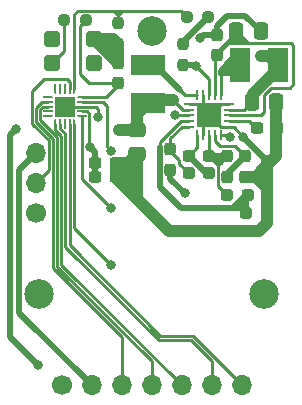
<source format=gbl>
G04 #@! TF.GenerationSoftware,KiCad,Pcbnew,(6.0.5)*
G04 #@! TF.CreationDate,2022-10-09T15:08:16+02:00*
G04 #@! TF.ProjectId,Omamori,4f6d616d-6f72-4692-9e6b-696361645f70,rev?*
G04 #@! TF.SameCoordinates,Original*
G04 #@! TF.FileFunction,Copper,L2,Bot*
G04 #@! TF.FilePolarity,Positive*
%FSLAX46Y46*%
G04 Gerber Fmt 4.6, Leading zero omitted, Abs format (unit mm)*
G04 Created by KiCad (PCBNEW (6.0.5)) date 2022-10-09 15:08:16*
%MOMM*%
%LPD*%
G01*
G04 APERTURE LIST*
G04 Aperture macros list*
%AMRoundRect*
0 Rectangle with rounded corners*
0 $1 Rounding radius*
0 $2 $3 $4 $5 $6 $7 $8 $9 X,Y pos of 4 corners*
0 Add a 4 corners polygon primitive as box body*
4,1,4,$2,$3,$4,$5,$6,$7,$8,$9,$2,$3,0*
0 Add four circle primitives for the rounded corners*
1,1,$1+$1,$2,$3*
1,1,$1+$1,$4,$5*
1,1,$1+$1,$6,$7*
1,1,$1+$1,$8,$9*
0 Add four rect primitives between the rounded corners*
20,1,$1+$1,$2,$3,$4,$5,0*
20,1,$1+$1,$4,$5,$6,$7,0*
20,1,$1+$1,$6,$7,$8,$9,0*
20,1,$1+$1,$8,$9,$2,$3,0*%
%AMFreePoly0*
4,1,15,0.385355,0.085355,0.400000,0.050000,0.400000,0.000711,0.399705,0.000000,0.385355,-0.034644,0.334644,-0.085355,0.299289,-0.100000,-0.350000,-0.100000,-0.385355,-0.085355,-0.400000,-0.050000,-0.400000,0.050000,-0.385355,0.085355,-0.350000,0.100000,0.350000,0.100000,0.385355,0.085355,0.385355,0.085355,$1*%
%AMFreePoly1*
4,1,14,0.334644,0.085355,0.385355,0.034644,0.400000,-0.000711,0.400000,-0.050000,0.385355,-0.085355,0.350000,-0.100000,-0.350000,-0.100000,-0.385355,-0.085355,-0.400000,-0.050000,-0.400000,0.050000,-0.385355,0.085355,-0.350000,0.100000,0.299289,0.100000,0.334644,0.085355,0.334644,0.085355,$1*%
%AMFreePoly2*
4,1,14,0.085355,0.385355,0.100000,0.350000,0.100000,-0.350000,0.085355,-0.385355,0.050000,-0.400000,0.000711,-0.400000,-0.034644,-0.385355,-0.085355,-0.334644,-0.100000,-0.299289,-0.100000,0.350000,-0.085355,0.385355,-0.050000,0.400000,0.050000,0.400000,0.085355,0.385355,0.085355,0.385355,$1*%
%AMFreePoly3*
4,1,15,0.085355,0.385355,0.100000,0.350000,0.100000,-0.299289,0.099705,-0.300000,0.085355,-0.334644,0.034644,-0.385355,-0.000711,-0.400000,-0.050000,-0.400000,-0.085355,-0.385355,-0.100000,-0.350000,-0.100000,0.350000,-0.085355,0.385355,-0.050000,0.400000,0.050000,0.400000,0.085355,0.385355,0.085355,0.385355,$1*%
%AMFreePoly4*
4,1,14,0.385355,0.085355,0.400000,0.050000,0.400000,-0.050000,0.385355,-0.085355,0.350000,-0.100000,-0.350000,-0.100000,-0.385355,-0.085355,-0.400000,-0.050000,-0.400000,-0.000711,-0.385355,0.034644,-0.334644,0.085355,-0.299289,0.100000,0.350000,0.100000,0.385355,0.085355,0.385355,0.085355,$1*%
%AMFreePoly5*
4,1,14,0.385355,0.085355,0.400000,0.050000,0.400000,-0.050000,0.385355,-0.085355,0.350000,-0.100000,-0.299289,-0.100000,-0.334644,-0.085355,-0.385355,-0.034644,-0.400000,0.000711,-0.400000,0.050000,-0.385355,0.085355,-0.350000,0.100000,0.350000,0.100000,0.385355,0.085355,0.385355,0.085355,$1*%
%AMFreePoly6*
4,1,14,0.034644,0.385355,0.085355,0.334644,0.100000,0.299289,0.100000,-0.350000,0.085355,-0.385355,0.050000,-0.400000,-0.050000,-0.400000,-0.085355,-0.385355,-0.100000,-0.350000,-0.100000,0.350000,-0.085355,0.385355,-0.050000,0.400000,-0.000711,0.400000,0.034644,0.385355,0.034644,0.385355,$1*%
%AMFreePoly7*
4,1,14,0.085355,0.385355,0.100000,0.350000,0.100000,-0.350000,0.085355,-0.385355,0.050000,-0.400000,-0.050000,-0.400000,-0.085355,-0.385355,-0.100000,-0.350000,-0.100000,0.299289,-0.085355,0.334644,-0.034644,0.385355,0.000711,0.400000,0.050000,0.400000,0.085355,0.385355,0.085355,0.385355,$1*%
G04 Aperture macros list end*
G04 #@! TA.AperFunction,ComponentPad*
%ADD10C,1.700000*%
G04 #@! TD*
G04 #@! TA.AperFunction,ComponentPad*
%ADD11O,1.700000X1.700000*%
G04 #@! TD*
G04 #@! TA.AperFunction,ComponentPad*
%ADD12C,2.500000*%
G04 #@! TD*
G04 #@! TA.AperFunction,SMDPad,CuDef*
%ADD13RoundRect,0.237500X0.237500X-0.287500X0.237500X0.287500X-0.237500X0.287500X-0.237500X-0.287500X0*%
G04 #@! TD*
G04 #@! TA.AperFunction,SMDPad,CuDef*
%ADD14RoundRect,0.250000X-0.337500X-0.475000X0.337500X-0.475000X0.337500X0.475000X-0.337500X0.475000X0*%
G04 #@! TD*
G04 #@! TA.AperFunction,SMDPad,CuDef*
%ADD15RoundRect,0.237500X-0.300000X-0.237500X0.300000X-0.237500X0.300000X0.237500X-0.300000X0.237500X0*%
G04 #@! TD*
G04 #@! TA.AperFunction,SMDPad,CuDef*
%ADD16R,1.800000X2.900000*%
G04 #@! TD*
G04 #@! TA.AperFunction,SMDPad,CuDef*
%ADD17RoundRect,0.237500X0.287500X0.237500X-0.287500X0.237500X-0.287500X-0.237500X0.287500X-0.237500X0*%
G04 #@! TD*
G04 #@! TA.AperFunction,SMDPad,CuDef*
%ADD18RoundRect,0.237500X-0.237500X0.287500X-0.237500X-0.287500X0.237500X-0.287500X0.237500X0.287500X0*%
G04 #@! TD*
G04 #@! TA.AperFunction,SMDPad,CuDef*
%ADD19RoundRect,0.237500X-0.287500X-0.237500X0.287500X-0.237500X0.287500X0.237500X-0.287500X0.237500X0*%
G04 #@! TD*
G04 #@! TA.AperFunction,SMDPad,CuDef*
%ADD20RoundRect,0.350000X0.350000X0.350000X-0.350000X0.350000X-0.350000X-0.350000X0.350000X-0.350000X0*%
G04 #@! TD*
G04 #@! TA.AperFunction,SMDPad,CuDef*
%ADD21RoundRect,0.250000X-0.475000X0.337500X-0.475000X-0.337500X0.475000X-0.337500X0.475000X0.337500X0*%
G04 #@! TD*
G04 #@! TA.AperFunction,SMDPad,CuDef*
%ADD22R,2.900000X1.800000*%
G04 #@! TD*
G04 #@! TA.AperFunction,SMDPad,CuDef*
%ADD23RoundRect,0.062500X0.375000X0.062500X-0.375000X0.062500X-0.375000X-0.062500X0.375000X-0.062500X0*%
G04 #@! TD*
G04 #@! TA.AperFunction,SMDPad,CuDef*
%ADD24RoundRect,0.062500X0.062500X0.375000X-0.062500X0.375000X-0.062500X-0.375000X0.062500X-0.375000X0*%
G04 #@! TD*
G04 #@! TA.AperFunction,SMDPad,CuDef*
%ADD25R,2.000000X2.000000*%
G04 #@! TD*
G04 #@! TA.AperFunction,SMDPad,CuDef*
%ADD26RoundRect,0.237500X-0.250000X-0.237500X0.250000X-0.237500X0.250000X0.237500X-0.250000X0.237500X0*%
G04 #@! TD*
G04 #@! TA.AperFunction,SMDPad,CuDef*
%ADD27RoundRect,0.237500X0.237500X-0.300000X0.237500X0.300000X-0.237500X0.300000X-0.237500X-0.300000X0*%
G04 #@! TD*
G04 #@! TA.AperFunction,SMDPad,CuDef*
%ADD28RoundRect,0.237500X-0.237500X0.250000X-0.237500X-0.250000X0.237500X-0.250000X0.237500X0.250000X0*%
G04 #@! TD*
G04 #@! TA.AperFunction,SMDPad,CuDef*
%ADD29FreePoly0,180.000000*%
G04 #@! TD*
G04 #@! TA.AperFunction,SMDPad,CuDef*
%ADD30RoundRect,0.050000X0.350000X0.050000X-0.350000X0.050000X-0.350000X-0.050000X0.350000X-0.050000X0*%
G04 #@! TD*
G04 #@! TA.AperFunction,SMDPad,CuDef*
%ADD31FreePoly1,180.000000*%
G04 #@! TD*
G04 #@! TA.AperFunction,SMDPad,CuDef*
%ADD32FreePoly2,180.000000*%
G04 #@! TD*
G04 #@! TA.AperFunction,SMDPad,CuDef*
%ADD33RoundRect,0.050000X0.050000X0.350000X-0.050000X0.350000X-0.050000X-0.350000X0.050000X-0.350000X0*%
G04 #@! TD*
G04 #@! TA.AperFunction,SMDPad,CuDef*
%ADD34FreePoly3,180.000000*%
G04 #@! TD*
G04 #@! TA.AperFunction,SMDPad,CuDef*
%ADD35FreePoly4,180.000000*%
G04 #@! TD*
G04 #@! TA.AperFunction,SMDPad,CuDef*
%ADD36FreePoly5,180.000000*%
G04 #@! TD*
G04 #@! TA.AperFunction,SMDPad,CuDef*
%ADD37FreePoly6,180.000000*%
G04 #@! TD*
G04 #@! TA.AperFunction,SMDPad,CuDef*
%ADD38FreePoly7,180.000000*%
G04 #@! TD*
G04 #@! TA.AperFunction,SMDPad,CuDef*
%ADD39R,1.700000X1.700000*%
G04 #@! TD*
G04 #@! TA.AperFunction,ViaPad*
%ADD40C,0.800000*%
G04 #@! TD*
G04 #@! TA.AperFunction,Conductor*
%ADD41C,1.000000*%
G04 #@! TD*
G04 #@! TA.AperFunction,Conductor*
%ADD42C,0.500000*%
G04 #@! TD*
G04 #@! TA.AperFunction,Conductor*
%ADD43C,0.250000*%
G04 #@! TD*
G04 #@! TA.AperFunction,Conductor*
%ADD44C,0.400000*%
G04 #@! TD*
G04 APERTURE END LIST*
D10*
X17375000Y-45000000D03*
D11*
X19915000Y-45000000D03*
X22455000Y-45000000D03*
X24995000Y-45000000D03*
X27535000Y-45000000D03*
X30075000Y-45000000D03*
X32615000Y-45000000D03*
D12*
X25000000Y-15000000D03*
X15500000Y-37250000D03*
X34500000Y-37250000D03*
D13*
X30500000Y-17075000D03*
X30500000Y-15325000D03*
D14*
X33462500Y-21000000D03*
X35537500Y-21000000D03*
D15*
X33887500Y-23250000D03*
X35612500Y-23250000D03*
D16*
X35700000Y-17900000D03*
X32500000Y-17900000D03*
D17*
X29875000Y-25550000D03*
X28125000Y-25550000D03*
X29875000Y-27050000D03*
X28125000Y-27050000D03*
D18*
X26600000Y-25025000D03*
X26600000Y-26775000D03*
X31400000Y-25575000D03*
X31400000Y-27325000D03*
X32900000Y-25575000D03*
X32900000Y-27325000D03*
D19*
X31375000Y-28850000D03*
X33125000Y-28850000D03*
X33025000Y-30400000D03*
X34775000Y-30400000D03*
D20*
X20100000Y-15700000D03*
X16600000Y-17700000D03*
X16600000Y-15700000D03*
X20100000Y-17700000D03*
D14*
X32162500Y-15000000D03*
X34237500Y-15000000D03*
D21*
X23800000Y-23362500D03*
X23800000Y-25437500D03*
D22*
X24700000Y-17900000D03*
X24700000Y-21100000D03*
D23*
X31537500Y-21150000D03*
X31537500Y-21650000D03*
X31537500Y-22150000D03*
X31537500Y-22650000D03*
X31537500Y-23150000D03*
D24*
X30850000Y-23837500D03*
X30350000Y-23837500D03*
X29850000Y-23837500D03*
X29350000Y-23837500D03*
X28850000Y-23837500D03*
D23*
X28162500Y-23150000D03*
X28162500Y-22650000D03*
X28162500Y-22150000D03*
X28162500Y-21650000D03*
X28162500Y-21150000D03*
D24*
X28850000Y-20462500D03*
X29350000Y-20462500D03*
X29850000Y-20462500D03*
X30350000Y-20462500D03*
X30850000Y-20462500D03*
D25*
X29850000Y-22150000D03*
D10*
X15200000Y-30425000D03*
D11*
X15200000Y-27885000D03*
X15200000Y-25345000D03*
D15*
X20237500Y-27350000D03*
X21962500Y-27350000D03*
D26*
X17587500Y-14100000D03*
X19412500Y-14100000D03*
D27*
X22150000Y-19412500D03*
X22150000Y-17687500D03*
D28*
X27700000Y-16087500D03*
X27700000Y-17912500D03*
D26*
X27987500Y-13800000D03*
X29812500Y-13800000D03*
D29*
X19100000Y-20600000D03*
D30*
X19100000Y-21000000D03*
X19100000Y-21400000D03*
X19100000Y-21800000D03*
D31*
X19100000Y-22200000D03*
D32*
X18450000Y-22850000D03*
D33*
X18050000Y-22850000D03*
X17650000Y-22850000D03*
X17250000Y-22850000D03*
D34*
X16850000Y-22850000D03*
D35*
X16200000Y-22200000D03*
D30*
X16200000Y-21800000D03*
X16200000Y-21400000D03*
X16200000Y-21000000D03*
D36*
X16200000Y-20600000D03*
D37*
X16850000Y-19950000D03*
D33*
X17250000Y-19950000D03*
X17650000Y-19950000D03*
X18050000Y-19950000D03*
D38*
X18450000Y-19950000D03*
D39*
X17650000Y-21400000D03*
D28*
X22150000Y-14287500D03*
X22150000Y-16112500D03*
D15*
X20237500Y-26200000D03*
X21962500Y-26200000D03*
D40*
X20500000Y-22250000D03*
X27793750Y-28693750D03*
X26500000Y-31950000D03*
X29100000Y-15600000D03*
X21300000Y-16850000D03*
X32750000Y-23950000D03*
X34550000Y-26600000D03*
X13500000Y-23300000D03*
X15400000Y-43300000D03*
X34250000Y-17100000D03*
X19750000Y-24800000D03*
X22250000Y-23362500D03*
X31600000Y-23950000D03*
X27000000Y-22100000D03*
X28750000Y-18000000D03*
X21600000Y-25200000D03*
X21600000Y-30000000D03*
X21600000Y-34800000D03*
D41*
X23800000Y-27400000D02*
X23750000Y-27400000D01*
X34775000Y-30400000D02*
X34775000Y-31275000D01*
D42*
X26600000Y-26775000D02*
X26600000Y-27500000D01*
D41*
X15500000Y-37350000D02*
X15500000Y-37250000D01*
X35537500Y-25612500D02*
X34775000Y-26375000D01*
X34775000Y-28275000D02*
X33825000Y-27325000D01*
D42*
X31900000Y-13700000D02*
X32937500Y-13700000D01*
D41*
X20100000Y-15700000D02*
X21737500Y-15700000D01*
X34775000Y-26375000D02*
X34550000Y-26600000D01*
X22831250Y-26481250D02*
X21962500Y-27350000D01*
X21962500Y-27350000D02*
X21962500Y-27412500D01*
X15500000Y-37250000D02*
X14950000Y-36700000D01*
X21962500Y-26200000D02*
X23037500Y-26200000D01*
X23800000Y-25512500D02*
X22831250Y-26481250D01*
X34775000Y-28275000D02*
X34775000Y-26375000D01*
X23800000Y-25437500D02*
X23800000Y-25512500D01*
X23750000Y-27400000D02*
X22831250Y-26481250D01*
X33850000Y-27325000D02*
X32900000Y-27325000D01*
D43*
X31537500Y-23150000D02*
X30850000Y-23150000D01*
D42*
X30500000Y-15325000D02*
X30325000Y-15325000D01*
X32750000Y-23950000D02*
X34550000Y-25750000D01*
D41*
X21737500Y-15700000D02*
X22150000Y-16112500D01*
D42*
X26600000Y-27500000D02*
X27793750Y-28693750D01*
X32937500Y-13700000D02*
X34237500Y-15000000D01*
X30500000Y-15325000D02*
X30500000Y-14600000D01*
D41*
X23800000Y-29250000D02*
X23800000Y-28750000D01*
X34775000Y-30400000D02*
X34775000Y-28275000D01*
X23800000Y-27400000D02*
X23800000Y-28750000D01*
X20150000Y-15700000D02*
X20100000Y-15700000D01*
D42*
X30500000Y-15325000D02*
X29375000Y-15325000D01*
D43*
X31950000Y-23150000D02*
X31537500Y-23150000D01*
D41*
X21962500Y-27412500D02*
X23800000Y-29250000D01*
X23800000Y-25437500D02*
X23800000Y-27400000D01*
X34775000Y-31275000D02*
X34100000Y-31950000D01*
X21962500Y-27350000D02*
X21962500Y-26200000D01*
X32900000Y-27325000D02*
X33825000Y-27325000D01*
D43*
X19230000Y-21400000D02*
X17780000Y-21400000D01*
X29350000Y-20462500D02*
X29350000Y-21650000D01*
X29350000Y-23837500D02*
X29350000Y-22650000D01*
D41*
X34500000Y-26650000D02*
X34550000Y-26600000D01*
D42*
X29375000Y-15325000D02*
X29100000Y-15600000D01*
D41*
X21300000Y-16850000D02*
X20150000Y-15700000D01*
X22400000Y-27350000D02*
X21962500Y-27350000D01*
X21300000Y-16850000D02*
X21312500Y-16850000D01*
D42*
X30500000Y-14600000D02*
X31400000Y-13700000D01*
D41*
X21300000Y-16850000D02*
X21412500Y-16850000D01*
D43*
X28850000Y-21150000D02*
X29850000Y-22150000D01*
D42*
X34550000Y-25750000D02*
X35400000Y-25750000D01*
D41*
X23037500Y-26200000D02*
X23800000Y-25437500D01*
X21312500Y-16850000D02*
X22150000Y-17687500D01*
D42*
X35400000Y-25750000D02*
X35537500Y-25612500D01*
D41*
X33825000Y-27325000D02*
X34550000Y-26600000D01*
D43*
X31537500Y-21150000D02*
X30850000Y-21150000D01*
X30850000Y-23150000D02*
X29850000Y-22150000D01*
D41*
X23800000Y-28750000D02*
X22400000Y-27350000D01*
D43*
X28162500Y-21150000D02*
X28850000Y-21150000D01*
X20300000Y-21400000D02*
X20500000Y-21600000D01*
D42*
X31400000Y-13700000D02*
X31900000Y-13700000D01*
D41*
X34100000Y-31950000D02*
X26500000Y-31950000D01*
X35537500Y-21000000D02*
X35537500Y-25612500D01*
D43*
X30850000Y-21150000D02*
X29850000Y-22150000D01*
D41*
X21412500Y-16850000D02*
X22150000Y-16112500D01*
D43*
X19100000Y-21400000D02*
X20300000Y-21400000D01*
D41*
X26500000Y-31950000D02*
X23800000Y-29250000D01*
D43*
X32750000Y-23950000D02*
X31950000Y-23150000D01*
D42*
X26625000Y-27050000D02*
X26575000Y-27000000D01*
D43*
X29350000Y-22650000D02*
X29850000Y-22150000D01*
X20500000Y-21600000D02*
X20500000Y-22250000D01*
D41*
X22150000Y-16112500D02*
X22150000Y-17687500D01*
D43*
X29350000Y-21650000D02*
X29850000Y-22150000D01*
D42*
X34550000Y-25750000D02*
X34550000Y-26600000D01*
D43*
X33275000Y-22650000D02*
X33875000Y-23250000D01*
X31537500Y-22650000D02*
X33275000Y-22650000D01*
X30850000Y-18650000D02*
X31100000Y-18400000D01*
D42*
X32500000Y-17200000D02*
X32000000Y-17200000D01*
X31400000Y-18400000D02*
X31400000Y-17800000D01*
D43*
X30850000Y-18650000D02*
X31750000Y-18650000D01*
D42*
X32500000Y-17900000D02*
X32000000Y-18400000D01*
D43*
X31750000Y-18650000D02*
X32500000Y-17900000D01*
D42*
X30850000Y-18350000D02*
X30850000Y-18650000D01*
X31400000Y-17800000D02*
X31450000Y-17750000D01*
X32500000Y-17900000D02*
X32500000Y-17200000D01*
X31400000Y-18400000D02*
X31100000Y-18400000D01*
X31450000Y-17750000D02*
X30850000Y-18350000D01*
D43*
X30850000Y-20462500D02*
X30850000Y-18650000D01*
D42*
X32000000Y-18400000D02*
X31400000Y-18400000D01*
X32000000Y-17200000D02*
X31450000Y-17750000D01*
D43*
X16850000Y-23350000D02*
X17350960Y-23850960D01*
X17350960Y-23850960D02*
X17350961Y-34815961D01*
X16850000Y-22850000D02*
X16850000Y-23350000D01*
X17350961Y-34815961D02*
X27535000Y-45000000D01*
D42*
X13024520Y-40924520D02*
X13024520Y-23775480D01*
X13024520Y-23775480D02*
X13500000Y-23300000D01*
X15400000Y-43300000D02*
X13024520Y-40924520D01*
D41*
X34250000Y-17100000D02*
X34900000Y-17100000D01*
X33462500Y-21000000D02*
X33462500Y-20787500D01*
D43*
X35700000Y-18762500D02*
X35700000Y-17900000D01*
D41*
X35700000Y-18200000D02*
X35700000Y-17900000D01*
X33600000Y-20300000D02*
X35700000Y-18200000D01*
D43*
X32812500Y-21650000D02*
X33462500Y-21000000D01*
X31537500Y-21650000D02*
X32812500Y-21650000D01*
D41*
X34900000Y-17100000D02*
X35700000Y-17900000D01*
D42*
X24000000Y-21462500D02*
X23750000Y-21712500D01*
D43*
X28162500Y-21650000D02*
X27675002Y-21650000D01*
D42*
X20237500Y-25287500D02*
X19750000Y-24800000D01*
D41*
X26849992Y-20824990D02*
X24675010Y-20824990D01*
D42*
X13800000Y-26745000D02*
X15200000Y-25345000D01*
D43*
X19724520Y-21999040D02*
X19724520Y-24774520D01*
D41*
X23800000Y-23362500D02*
X22250000Y-23362500D01*
D42*
X23742500Y-21705000D02*
X23750000Y-21712500D01*
D43*
X24675010Y-20824990D02*
X24075010Y-20824990D01*
D42*
X13800000Y-38885000D02*
X13800000Y-26745000D01*
D41*
X23800000Y-22000000D02*
X24700000Y-21100000D01*
X23800000Y-23362500D02*
X23800000Y-22000000D01*
D43*
X19724520Y-24774520D02*
X19750000Y-24800000D01*
X27675002Y-21650000D02*
X26849992Y-20824990D01*
X19100000Y-21800000D02*
X19525480Y-21800000D01*
D42*
X19915000Y-45000000D02*
X13800000Y-38885000D01*
X20237500Y-26200000D02*
X20237500Y-25287500D01*
X20237500Y-27350000D02*
X20237500Y-26200000D01*
X24637510Y-20824990D02*
X23750000Y-21712500D01*
X24675010Y-20824990D02*
X24637510Y-20824990D01*
D43*
X19525480Y-21800000D02*
X19724520Y-21999040D01*
D42*
X29900000Y-25575000D02*
X29875000Y-25550000D01*
D43*
X29875000Y-25600960D02*
X30624520Y-26350480D01*
X30837500Y-26137500D02*
X31400000Y-25575000D01*
X29850000Y-23837500D02*
X29850000Y-25525000D01*
X30624520Y-26350480D02*
X30837500Y-26137500D01*
X31075000Y-25900000D02*
X30400000Y-25900000D01*
X30624520Y-26350480D02*
X30624520Y-28099520D01*
X29850000Y-25525000D02*
X29875000Y-25550000D01*
X30600000Y-25900000D02*
X30400000Y-25900000D01*
D42*
X31400000Y-25575000D02*
X29900000Y-25575000D01*
D43*
X30837500Y-26137500D02*
X30600000Y-25900000D01*
X31400000Y-25575000D02*
X31075000Y-25900000D01*
X30624520Y-28099520D02*
X31375000Y-28850000D01*
X30400000Y-25900000D02*
X30600000Y-26100000D01*
X29875000Y-25550000D02*
X29875000Y-25600960D01*
X28162500Y-22150000D02*
X27050000Y-22150000D01*
X30850000Y-23837500D02*
X31487500Y-23837500D01*
X27050000Y-22150000D02*
X27000000Y-22100000D01*
X31487500Y-23837500D02*
X31600000Y-23950000D01*
X28320223Y-41199519D02*
X30075000Y-42954296D01*
X17250000Y-22850000D02*
X17250000Y-23238229D01*
X25599519Y-41199519D02*
X28320223Y-41199519D01*
X17700480Y-23688709D02*
X17700480Y-33300480D01*
X17700480Y-33300480D02*
X25599519Y-41199519D01*
X30075000Y-42954296D02*
X30075000Y-45000000D01*
X17250000Y-23238229D02*
X17700480Y-23688709D01*
D42*
X32975000Y-29625000D02*
X32250000Y-29625000D01*
X31400000Y-30000000D02*
X27500000Y-30000000D01*
D43*
X25700000Y-24404090D02*
X25700000Y-24800000D01*
X28162500Y-22650000D02*
X27454090Y-22650000D01*
D42*
X32250000Y-29625000D02*
X31875000Y-30000000D01*
X32975000Y-28900000D02*
X31875000Y-30000000D01*
X32975000Y-30350000D02*
X33025000Y-30400000D01*
X31875000Y-30000000D02*
X31400000Y-30000000D01*
X32625000Y-30000000D02*
X31400000Y-30000000D01*
X25700000Y-28200000D02*
X25700000Y-24800000D01*
X32975000Y-29625000D02*
X32975000Y-30350000D01*
X27500000Y-30000000D02*
X25700000Y-28200000D01*
D43*
X27454090Y-22650000D02*
X25700000Y-24404090D01*
D42*
X32975000Y-28900000D02*
X32975000Y-29625000D01*
X33025000Y-30400000D02*
X32625000Y-30000000D01*
D43*
X27300000Y-25900000D02*
X27300000Y-26225000D01*
X26600000Y-24100000D02*
X26600000Y-25025000D01*
X28162500Y-23150000D02*
X27550000Y-23150000D01*
X27300000Y-26225000D02*
X28125000Y-27050000D01*
X27550000Y-23150000D02*
X26600000Y-24100000D01*
X26600000Y-25200000D02*
X27300000Y-25900000D01*
X26600000Y-25025000D02*
X26600000Y-25200000D01*
X28850000Y-23837500D02*
X28850000Y-24825000D01*
X28850000Y-24825000D02*
X28125000Y-25550000D01*
D42*
X29625000Y-27050000D02*
X28125000Y-25550000D01*
X29875000Y-27050000D02*
X29625000Y-27050000D01*
D43*
X28750000Y-18000000D02*
X29850000Y-19100000D01*
D42*
X28662500Y-17912500D02*
X28750000Y-18000000D01*
X27700000Y-17912500D02*
X28662500Y-17912500D01*
D43*
X29850000Y-19100000D02*
X29850000Y-20462500D01*
X19100000Y-21000000D02*
X20900000Y-21000000D01*
X20900000Y-21000000D02*
X21250000Y-21350000D01*
X21250000Y-24850000D02*
X21600000Y-25200000D01*
X21250000Y-21350000D02*
X21250000Y-24850000D01*
X19100000Y-22200000D02*
X19100000Y-27500000D01*
X19100000Y-27500000D02*
X21600000Y-30000000D01*
D42*
X25300000Y-17900000D02*
X27400000Y-20000000D01*
D43*
X27862500Y-20462500D02*
X27400000Y-20000000D01*
D42*
X24700000Y-17900000D02*
X25300000Y-17900000D01*
D43*
X28850000Y-20462500D02*
X27862500Y-20462500D01*
X30350000Y-24275000D02*
X30350000Y-23837500D01*
D42*
X31400000Y-27075000D02*
X32900000Y-25575000D01*
D43*
X32025000Y-24700000D02*
X32900000Y-25575000D01*
D42*
X31400000Y-27325000D02*
X31400000Y-27075000D01*
D43*
X32900000Y-25575000D02*
X32900000Y-25550000D01*
X30775000Y-24700000D02*
X32025000Y-24700000D01*
X30775000Y-24700000D02*
X30350000Y-24275000D01*
X18450000Y-31650000D02*
X21600000Y-34800000D01*
X18450000Y-22850000D02*
X18450000Y-31650000D01*
D44*
X30500000Y-16900000D02*
X31200000Y-16200000D01*
D43*
X31400000Y-16000000D02*
X31200000Y-16200000D01*
X31537500Y-22150000D02*
X34250000Y-22150000D01*
X34250000Y-22150000D02*
X34500000Y-21900000D01*
X30350000Y-17225000D02*
X30500000Y-17075000D01*
X35124626Y-19800000D02*
X36700000Y-19800000D01*
X37000000Y-16200000D02*
X36800000Y-16000000D01*
X36800000Y-16000000D02*
X33162500Y-16000000D01*
X34500000Y-21900000D02*
X34500000Y-20424626D01*
D44*
X32162500Y-15237500D02*
X32162500Y-15000000D01*
X31650000Y-15750000D02*
X31700000Y-15800000D01*
D43*
X37000000Y-19500000D02*
X37000000Y-16200000D01*
D44*
X30500000Y-17075000D02*
X30500000Y-16900000D01*
D43*
X34500000Y-20424626D02*
X35124626Y-19800000D01*
D44*
X31200000Y-16200000D02*
X31650000Y-15750000D01*
D43*
X33162500Y-16000000D02*
X31400000Y-16000000D01*
X36700000Y-19800000D02*
X37000000Y-19500000D01*
X30350000Y-20462500D02*
X30350000Y-17225000D01*
D44*
X31700000Y-15800000D02*
X32700000Y-15800000D01*
X31650000Y-15750000D02*
X32162500Y-15237500D01*
D43*
X33162500Y-16000000D02*
X32162500Y-15000000D01*
D42*
X27700000Y-16087500D02*
X27700000Y-15912500D01*
X27700000Y-15912500D02*
X29812500Y-13800000D01*
X29700000Y-13800000D02*
X29812500Y-13800000D01*
D43*
X21112500Y-20600000D02*
X21950000Y-19762500D01*
X19100000Y-20600000D02*
X21112500Y-20600000D01*
X19712500Y-19412500D02*
X22200000Y-19412500D01*
X18950000Y-14562500D02*
X18950000Y-18650000D01*
X18950000Y-18650000D02*
X19712500Y-19412500D01*
X19412500Y-14100000D02*
X18950000Y-14562500D01*
X28465000Y-40850000D02*
X32615000Y-45000000D01*
X18050000Y-33150000D02*
X25750000Y-40850000D01*
X25750000Y-40850000D02*
X28465000Y-40850000D01*
X18050000Y-22850000D02*
X18050000Y-33150000D01*
X16651922Y-35105513D02*
X22455000Y-40908592D01*
X22455000Y-40908592D02*
X22455000Y-45000000D01*
X15225961Y-22714552D02*
X16651922Y-24140513D01*
X15225961Y-21491514D02*
X15225961Y-22714552D01*
X16651922Y-24140513D02*
X16651922Y-35105513D01*
X16200000Y-21000000D02*
X15717475Y-21000000D01*
X15717475Y-21000000D02*
X15225961Y-21491514D01*
X24995000Y-42954296D02*
X24995000Y-45000000D01*
X15811771Y-21400000D02*
X15575480Y-21636291D01*
X17001442Y-34960738D02*
X24995000Y-42954296D01*
X15575480Y-21636291D02*
X15575480Y-22569775D01*
X15575480Y-22569775D02*
X17001440Y-23995735D01*
X16200000Y-21400000D02*
X15811771Y-21400000D01*
X17001440Y-23995735D02*
X17001442Y-34960738D01*
X18762500Y-13287500D02*
X21812500Y-13287500D01*
X27987500Y-13800000D02*
X27475000Y-13287500D01*
X22150000Y-14287500D02*
X22150000Y-13625000D01*
X22150000Y-14287500D02*
X22150000Y-13337500D01*
X22150000Y-13650000D02*
X22512500Y-13287500D01*
X22150000Y-13337500D02*
X22200000Y-13287500D01*
X22150000Y-14287500D02*
X22150000Y-13650000D01*
X27475000Y-13287500D02*
X22512500Y-13287500D01*
X18450000Y-19950000D02*
X18450000Y-13600000D01*
X18450000Y-13600000D02*
X18762500Y-13287500D01*
X22150000Y-13625000D02*
X21812500Y-13287500D01*
X21812500Y-13287500D02*
X22200000Y-13287500D01*
X22512500Y-13287500D02*
X22200000Y-13287500D01*
X16274511Y-24257398D02*
X16274511Y-26810489D01*
X14876441Y-22859328D02*
X16274511Y-24257398D01*
X16274511Y-26810489D02*
X15200000Y-27885000D01*
X15900000Y-19100000D02*
X17850000Y-19100000D01*
X14876442Y-20123558D02*
X15900000Y-19100000D01*
X17850000Y-19100000D02*
X18050000Y-19300000D01*
X14876442Y-20123558D02*
X14876441Y-22859328D01*
X18050000Y-19300000D02*
X18050000Y-19950000D01*
X17587500Y-16712500D02*
X16600000Y-17700000D01*
X17587500Y-14100000D02*
X17587500Y-16712500D01*
M02*

</source>
